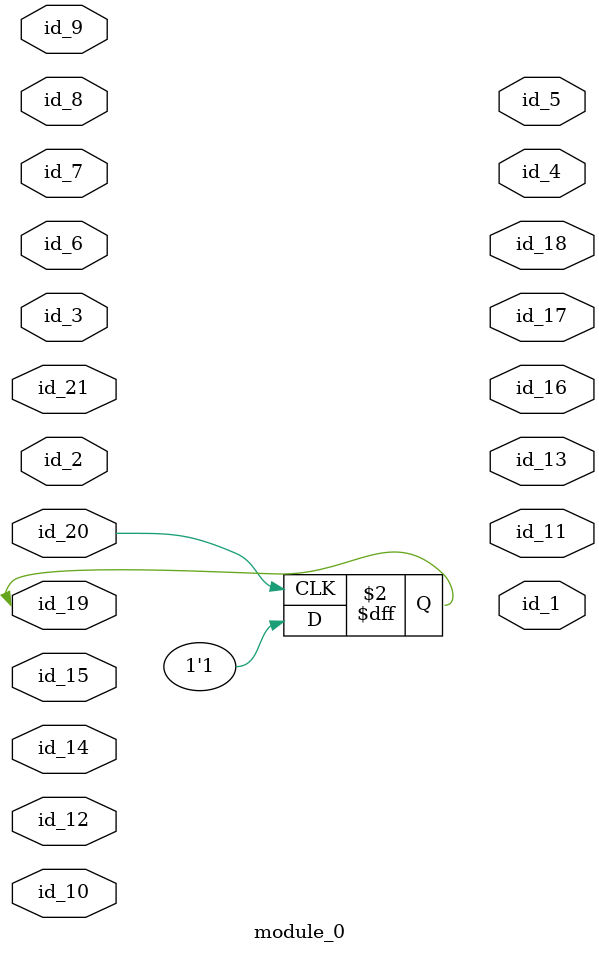
<source format=v>
module module_0 (
    id_1,
    id_2,
    id_3,
    id_4,
    id_5,
    id_6,
    id_7,
    id_8,
    id_9,
    id_10,
    id_11,
    id_12,
    id_13,
    id_14,
    id_15,
    id_16,
    id_17,
    id_18,
    id_19,
    id_20,
    id_21
);
  inout id_21;
  inout id_20;
  inout id_19;
  output id_18;
  output id_17;
  output id_16;
  input id_15;
  inout id_14;
  output id_13;
  inout id_12;
  output id_11;
  inout id_10;
  input id_9;
  input id_8;
  input id_7;
  inout id_6;
  output id_5;
  output id_4;
  inout id_3;
  inout id_2;
  output id_1;
  always @(negedge id_20) id_19 = 1;
endmodule

</source>
